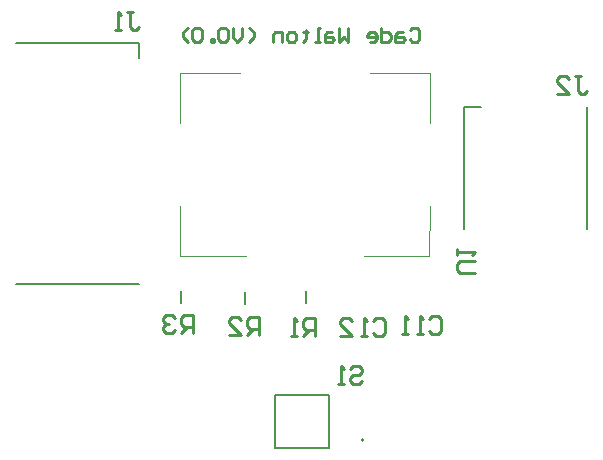
<source format=gbo>
G04*
G04 #@! TF.GenerationSoftware,Altium Limited,Altium Designer,18.1.11 (251)*
G04*
G04 Layer_Color=32896*
%FSLAX25Y25*%
%MOIN*%
G70*
G01*
G75*
%ADD10C,0.00787*%
%ADD12C,0.01000*%
%ADD51C,0.00394*%
%ADD52C,0.00984*%
D10*
X496000Y208268D02*
G03*
X496000Y208268I-272J0D01*
G01*
X466642Y223358D02*
X484358D01*
X466642Y205642D02*
Y223358D01*
Y205642D02*
X484358D01*
Y223358D01*
X476696Y253933D02*
X476696Y258067D01*
X456500Y257696D02*
X456500Y253562D01*
X435000Y253933D02*
Y258067D01*
X380000Y260256D02*
X421000D01*
X380000Y340744D02*
X421000D01*
Y335500D02*
Y340744D01*
X570394Y278606D02*
Y319394D01*
X529606Y278606D02*
Y319394D01*
X535000D01*
D12*
X491401Y231798D02*
X492401Y232798D01*
X494400D01*
X495400Y231798D01*
Y230799D01*
X494400Y229799D01*
X492401D01*
X491401Y228799D01*
Y227800D01*
X492401Y226800D01*
X494400D01*
X495400Y227800D01*
X489402Y226800D02*
X487403D01*
X488402D01*
Y232798D01*
X489402Y231798D01*
X533298Y263800D02*
X528300D01*
X527300Y264800D01*
Y266799D01*
X528300Y267799D01*
X533298D01*
X527300Y269798D02*
Y271797D01*
Y270798D01*
X533298D01*
X532298Y269798D01*
X439000Y244000D02*
Y249998D01*
X436001D01*
X435001Y248998D01*
Y246999D01*
X436001Y245999D01*
X439000D01*
X437001D02*
X435001Y244000D01*
X433002Y248998D02*
X432002Y249998D01*
X430003D01*
X429003Y248998D01*
Y247999D01*
X430003Y246999D01*
X431003D01*
X430003D01*
X429003Y245999D01*
Y245000D01*
X430003Y244000D01*
X432002D01*
X433002Y245000D01*
X461000Y243129D02*
Y249127D01*
X458001D01*
X457001Y248127D01*
Y246128D01*
X458001Y245128D01*
X461000D01*
X459001D02*
X457001Y243129D01*
X451003D02*
X455002D01*
X451003Y247128D01*
Y248127D01*
X452003Y249127D01*
X454002D01*
X455002Y248127D01*
X479696Y243000D02*
Y248998D01*
X476697D01*
X475697Y247998D01*
Y245999D01*
X476697Y244999D01*
X479696D01*
X477696D02*
X475697Y243000D01*
X473698D02*
X471698D01*
X472698D01*
Y248998D01*
X473698Y247998D01*
X566501Y329498D02*
X568501D01*
X567501D01*
Y324500D01*
X568501Y323500D01*
X569500D01*
X570500Y324500D01*
X560503Y323500D02*
X564502D01*
X560503Y327499D01*
Y328498D01*
X561503Y329498D01*
X563502D01*
X564502Y328498D01*
X417101Y350798D02*
X419101D01*
X418101D01*
Y345800D01*
X419101Y344800D01*
X420100D01*
X421100Y345800D01*
X415102Y344800D02*
X413103D01*
X414102D01*
Y350798D01*
X415102Y349798D01*
X499301Y247998D02*
X500301Y248998D01*
X502300D01*
X503300Y247998D01*
Y244000D01*
X502300Y243000D01*
X500301D01*
X499301Y244000D01*
X497302Y243000D02*
X495303D01*
X496302D01*
Y248998D01*
X497302Y247998D01*
X488305Y243000D02*
X492304D01*
X488305Y246999D01*
Y247998D01*
X489304Y248998D01*
X491304D01*
X492304Y247998D01*
X517701Y248498D02*
X518701Y249498D01*
X520700D01*
X521700Y248498D01*
Y244500D01*
X520700Y243500D01*
X518701D01*
X517701Y244500D01*
X515702Y243500D02*
X513703D01*
X514702D01*
Y249498D01*
X515702Y248498D01*
X510704Y243500D02*
X508704D01*
X509704D01*
Y249498D01*
X510704Y248498D01*
D51*
X434965Y330512D02*
X454846D01*
X434965Y313779D02*
Y330512D01*
Y269488D02*
Y286221D01*
Y269488D02*
X456815D01*
X498153Y330512D02*
X518035D01*
Y313779D02*
Y330512D01*
X517858Y269488D02*
X518035Y286221D01*
X496185Y269488D02*
X517858D01*
D52*
X511367Y344920D02*
X512154Y345707D01*
X513729D01*
X514516Y344920D01*
Y341771D01*
X513729Y340984D01*
X512154D01*
X511367Y341771D01*
X509006Y344133D02*
X507431D01*
X506644Y343346D01*
Y340984D01*
X509006D01*
X509793Y341771D01*
X509006Y342559D01*
X506644D01*
X501921Y345707D02*
Y340984D01*
X504283D01*
X505070Y341771D01*
Y343346D01*
X504283Y344133D01*
X501921D01*
X497986Y340984D02*
X499560D01*
X500347Y341771D01*
Y343346D01*
X499560Y344133D01*
X497986D01*
X497198Y343346D01*
Y342559D01*
X500347D01*
X490901Y345707D02*
Y340984D01*
X489327Y342559D01*
X487753Y340984D01*
Y345707D01*
X485391Y344133D02*
X483817D01*
X483030Y343346D01*
Y340984D01*
X485391D01*
X486178Y341771D01*
X485391Y342559D01*
X483030D01*
X481456Y340984D02*
X479881D01*
X480668D01*
Y345707D01*
X481456D01*
X476733Y344920D02*
Y344133D01*
X477520D01*
X475946D01*
X476733D01*
Y341771D01*
X475946Y340984D01*
X472797D02*
X471223D01*
X470435Y341771D01*
Y343346D01*
X471223Y344133D01*
X472797D01*
X473584Y343346D01*
Y341771D01*
X472797Y340984D01*
X468861D02*
Y344133D01*
X466500D01*
X465713Y343346D01*
Y340984D01*
X457841D02*
X459415Y342559D01*
Y344133D01*
X457841Y345707D01*
X455480D02*
Y342559D01*
X453905Y340984D01*
X452331Y342559D01*
Y345707D01*
X450757Y344920D02*
X449970Y345707D01*
X448395D01*
X447608Y344920D01*
Y341771D01*
X448395Y340984D01*
X449970D01*
X450757Y341771D01*
Y344920D01*
X446034Y340984D02*
Y341771D01*
X445247D01*
Y340984D01*
X446034D01*
X442098Y344920D02*
X441311Y345707D01*
X439737D01*
X438950Y344920D01*
Y341771D01*
X439737Y340984D01*
X441311D01*
X442098Y341771D01*
Y344920D01*
X437375Y340984D02*
X435801Y342559D01*
Y344133D01*
X437375Y345707D01*
M02*

</source>
